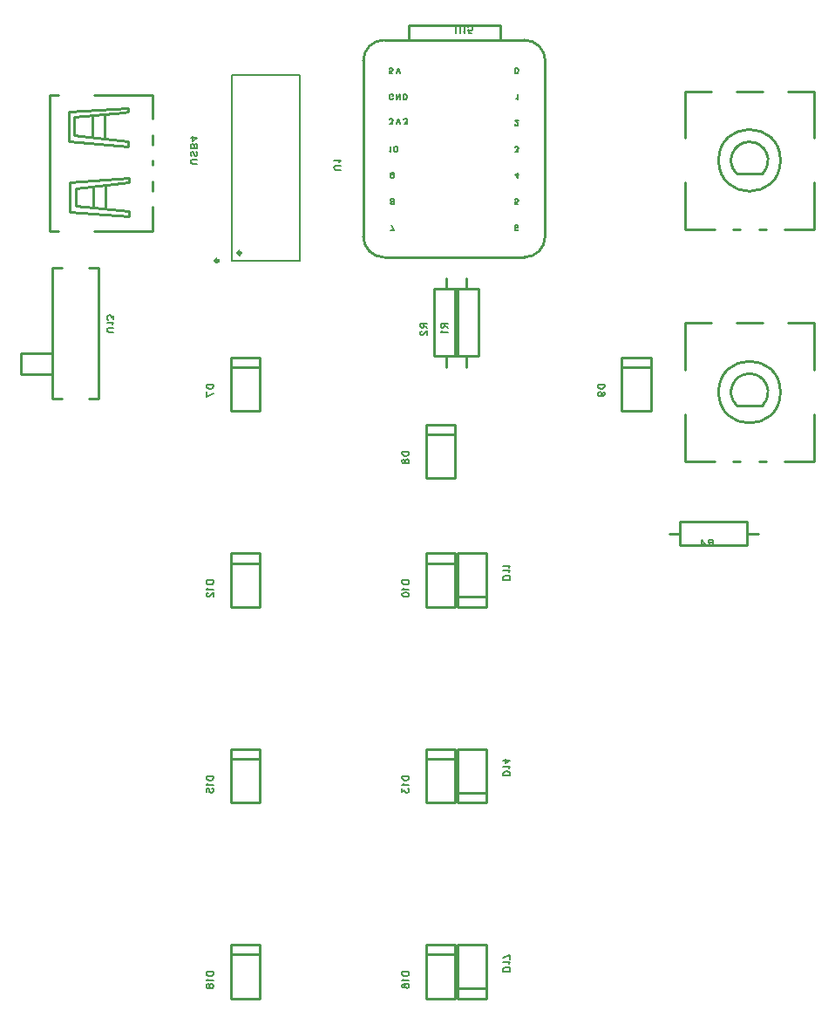
<source format=gbo>
G04 Layer: BottomSilkscreenLayer*
G04 EasyEDA Pro v2.2.28.1, 2024-10-19 22:50:09*
G04 Gerber Generator version 0.3*
G04 Scale: 100 percent, Rotated: No, Reflected: No*
G04 Dimensions in millimeters*
G04 Leading zeros omitted, absolute positions, 3 integers and 5 decimals*
%FSLAX35Y35*%
%MOMM*%
%ADD10C,0.2032*%
%ADD11C,0.1524*%
%ADD12C,0.254*%
%ADD13C,0.3*%
G75*


G04 Text Start*
G54D10*
G01X5982386Y7826908D02*
G01X5987466Y7824368D01*
G01X5994832Y7817002D01*
G01X5994832Y7869072D01*
G01X5972226Y7575448D02*
G01X5972226Y7572908D01*
G01X5974766Y7567828D01*
G01X5977052Y7565288D01*
G01X5982132Y7563002D01*
G01X5992038Y7563002D01*
G01X5997118Y7565288D01*
G01X5999658Y7567828D01*
G01X6001944Y7572908D01*
G01X6001944Y7577734D01*
G01X5999658Y7582814D01*
G01X5994578Y7590180D01*
G01X5969686Y7615072D01*
G01X6004484Y7615072D01*
G01X5974766Y7309002D02*
G01X6001944Y7309002D01*
G01X5987212Y7328814D01*
G01X5994578Y7328814D01*
G01X5999658Y7331354D01*
G01X6001944Y7333894D01*
G01X6004484Y7341260D01*
G01X6004484Y7346340D01*
G01X6001944Y7353706D01*
G01X5997118Y7358786D01*
G01X5989498Y7361072D01*
G01X5982132Y7361072D01*
G01X5974766Y7358786D01*
G01X5972226Y7356246D01*
G01X5969686Y7351166D01*
G01X5984672Y8071002D02*
G01X5977052Y8073288D01*
G01X5972226Y8080908D01*
G01X5969686Y8093354D01*
G01X5969686Y8100720D01*
G01X5972226Y8113166D01*
G01X5977052Y8120786D01*
G01X5984672Y8123072D01*
G01X5989498Y8123072D01*
G01X5997118Y8120786D01*
G01X6001944Y8113166D01*
G01X6004484Y8100720D01*
G01X6004484Y8093354D01*
G01X6001944Y8080908D01*
G01X5997118Y8073288D01*
G01X5989498Y8071002D01*
G01X5984672Y8071002D01*
G01X5994578Y7055002D02*
G01X5969686Y7089800D01*
G01X6007024Y7089800D01*
G01X5994578Y7055002D02*
G01X5994578Y7107072D01*
G01X5999658Y6801002D02*
G01X5974766Y6801002D01*
G01X5972226Y6823354D01*
G01X5974766Y6820814D01*
G01X5982132Y6818274D01*
G01X5989498Y6818274D01*
G01X5997118Y6820814D01*
G01X6001944Y6825894D01*
G01X6004484Y6833260D01*
G01X6004484Y6838340D01*
G01X6001944Y6845706D01*
G01X5997118Y6850786D01*
G01X5989498Y6853072D01*
G01X5982132Y6853072D01*
G01X5974766Y6850786D01*
G01X5972226Y6848246D01*
G01X5969686Y6843166D01*
G01X5999658Y6554368D02*
G01X5997118Y6549288D01*
G01X5989498Y6547002D01*
G01X5984672Y6547002D01*
G01X5977052Y6549288D01*
G01X5972226Y6556908D01*
G01X5969686Y6569354D01*
G01X5969686Y6581800D01*
G01X5972226Y6591706D01*
G01X5977052Y6596786D01*
G01X5984672Y6599072D01*
G01X5987212Y6599072D01*
G01X5994578Y6596786D01*
G01X5999658Y6591706D01*
G01X6001944Y6584340D01*
G01X6001944Y6581800D01*
G01X5999658Y6574180D01*
G01X5994578Y6569354D01*
G01X5987212Y6566814D01*
G01X5984672Y6566814D01*
G01X5977052Y6569354D01*
G01X5972226Y6574180D01*
G01X5969686Y6581800D01*
G01X4780458Y8071002D02*
G01X4755566Y8071002D01*
G01X4753026Y8093354D01*
G01X4755566Y8090814D01*
G01X4762932Y8088274D01*
G01X4770298Y8088274D01*
G01X4777918Y8090814D01*
G01X4782744Y8095894D01*
G01X4785284Y8103260D01*
G01X4785284Y8108340D01*
G01X4782744Y8115706D01*
G01X4777918Y8120786D01*
G01X4770298Y8123072D01*
G01X4762932Y8123072D01*
G01X4755566Y8120786D01*
G01X4753026Y8118246D01*
G01X4750486Y8113166D01*
G01X4817542Y8071002D02*
G01X4837354Y8123072D01*
G01X4857420Y8071002D02*
G01X4837354Y8123072D01*
G01X4787824Y7829448D02*
G01X4785284Y7824368D01*
G01X4780458Y7819288D01*
G01X4775378Y7817002D01*
G01X4765472Y7817002D01*
G01X4760392Y7819288D01*
G01X4755566Y7824368D01*
G01X4753026Y7829448D01*
G01X4750486Y7836814D01*
G01X4750486Y7849260D01*
G01X4753026Y7856626D01*
G01X4755566Y7861706D01*
G01X4760392Y7866786D01*
G01X4765472Y7869072D01*
G01X4775378Y7869072D01*
G01X4780458Y7866786D01*
G01X4785284Y7861706D01*
G01X4787824Y7856626D01*
G01X4787824Y7849260D01*
G01X4775378Y7849260D02*
G01X4787824Y7849260D01*
G01X4820082Y7817002D02*
G01X4820082Y7869072D01*
G01X4820082Y7817002D02*
G01X4854880Y7869072D01*
G01X4854880Y7817002D02*
G01X4854880Y7869072D01*
G01X4887138Y7817002D02*
G01X4887138Y7869072D01*
G01X4887138Y7817002D02*
G01X4904664Y7817002D01*
G01X4912030Y7819288D01*
G01X4917110Y7824368D01*
G01X4919396Y7829448D01*
G01X4921936Y7836814D01*
G01X4921936Y7849260D01*
G01X4919396Y7856626D01*
G01X4917110Y7861706D01*
G01X4912030Y7866786D01*
G01X4904664Y7869072D01*
G01X4887138Y7869072D01*
G01X4755566Y7575702D02*
G01X4782744Y7575702D01*
G01X4768012Y7595514D01*
G01X4775378Y7595514D01*
G01X4780458Y7598054D01*
G01X4782744Y7600594D01*
G01X4785284Y7607960D01*
G01X4785284Y7613040D01*
G01X4782744Y7620406D01*
G01X4777918Y7625486D01*
G01X4770298Y7627772D01*
G01X4762932Y7627772D01*
G01X4755566Y7625486D01*
G01X4753026Y7622946D01*
G01X4750486Y7617866D01*
G01X4817542Y7575702D02*
G01X4837354Y7627772D01*
G01X4857420Y7575702D02*
G01X4837354Y7627772D01*
G01X4894758Y7575702D02*
G01X4921936Y7575702D01*
G01X4907204Y7595514D01*
G01X4914570Y7595514D01*
G01X4919650Y7598054D01*
G01X4921936Y7600594D01*
G01X4924476Y7607960D01*
G01X4924476Y7613040D01*
G01X4921936Y7620406D01*
G01X4917110Y7625486D01*
G01X4909490Y7627772D01*
G01X4902124Y7627772D01*
G01X4894758Y7625486D01*
G01X4892218Y7622946D01*
G01X4889678Y7617866D01*
G01X4750486Y7318908D02*
G01X4755566Y7316368D01*
G01X4762932Y7309002D01*
G01X4762932Y7361072D01*
G01X4810176Y7309002D02*
G01X4802556Y7311288D01*
G01X4797730Y7318908D01*
G01X4795190Y7331354D01*
G01X4795190Y7338720D01*
G01X4797730Y7351166D01*
G01X4802556Y7358786D01*
G01X4810176Y7361072D01*
G01X4815002Y7361072D01*
G01X4822622Y7358786D01*
G01X4827448Y7351166D01*
G01X4829988Y7338720D01*
G01X4829988Y7331354D01*
G01X4827448Y7318908D01*
G01X4822622Y7311288D01*
G01X4815002Y7309002D01*
G01X4810176Y7309002D01*
G01X4795444Y7072274D02*
G01X4793158Y7079894D01*
G01X4788078Y7084720D01*
G01X4780712Y7087260D01*
G01X4778172Y7087260D01*
G01X4770552Y7084720D01*
G01X4765726Y7079894D01*
G01X4763186Y7072274D01*
G01X4763186Y7069734D01*
G01X4765726Y7062368D01*
G01X4770552Y7057288D01*
G01X4778172Y7055002D01*
G01X4780712Y7055002D01*
G01X4788078Y7057288D01*
G01X4793158Y7062368D01*
G01X4795444Y7072274D01*
G01X4795444Y7084720D01*
G01X4793158Y7097166D01*
G01X4788078Y7104786D01*
G01X4780712Y7107072D01*
G01X4775632Y7107072D01*
G01X4768266Y7104786D01*
G01X4765726Y7099706D01*
G01X4775632Y6801002D02*
G01X4768266Y6803288D01*
G01X4765726Y6808368D01*
G01X4765726Y6813448D01*
G01X4768266Y6818274D01*
G01X4773092Y6820814D01*
G01X4782998Y6823354D01*
G01X4790618Y6825894D01*
G01X4795444Y6830720D01*
G01X4797984Y6835800D01*
G01X4797984Y6843166D01*
G01X4795444Y6848246D01*
G01X4793158Y6850786D01*
G01X4785538Y6853072D01*
G01X4775632Y6853072D01*
G01X4768266Y6850786D01*
G01X4765726Y6848246D01*
G01X4763186Y6843166D01*
G01X4763186Y6835800D01*
G01X4765726Y6830720D01*
G01X4770552Y6825894D01*
G01X4778172Y6823354D01*
G01X4788078Y6820814D01*
G01X4793158Y6818274D01*
G01X4795444Y6813448D01*
G01X4795444Y6808368D01*
G01X4793158Y6803288D01*
G01X4785538Y6801002D01*
G01X4775632Y6801002D01*
G01X4797984Y6547002D02*
G01X4773092Y6599072D01*
G01X4763186Y6547002D02*
G01X4797984Y6547002D01*
G54D11*
G01X5395646Y8462924D02*
G01X5395646Y8509406D01*
G01X5398694Y8518550D01*
G01X5405044Y8524900D01*
G01X5414188Y8527948D01*
G01X5420538Y8527948D01*
G01X5429682Y8524900D01*
G01X5435778Y8518550D01*
G01X5439080Y8509406D01*
G01X5439080Y8462924D01*
G01X5469306Y8475370D02*
G01X5475402Y8472068D01*
G01X5484546Y8462924D01*
G01X5484546Y8527948D01*
G01X5551856Y8462924D02*
G01X5520868Y8462924D01*
G01X5517820Y8490610D01*
G01X5520868Y8487562D01*
G01X5530012Y8484514D01*
G01X5539410Y8484514D01*
G01X5548808Y8487562D01*
G01X5554904Y8493912D01*
G01X5557952Y8503056D01*
G01X5557952Y8509406D01*
G01X5554904Y8518550D01*
G01X5548808Y8524900D01*
G01X5539410Y8527948D01*
G01X5530012Y8527948D01*
G01X5520868Y8524900D01*
G01X5517820Y8521598D01*
G01X5514772Y8515502D01*
G01X2073631Y5557596D02*
G01X2027149Y5557596D01*
G01X2018005Y5560644D01*
G01X2011655Y5566994D01*
G01X2008607Y5576138D01*
G01X2008607Y5582488D01*
G01X2011655Y5591632D01*
G01X2018005Y5597728D01*
G01X2027149Y5601030D01*
G01X2073631Y5601030D01*
G01X2061185Y5631256D02*
G01X2064487Y5637352D01*
G01X2073631Y5646496D01*
G01X2008607Y5646496D01*
G01X2073631Y5682818D02*
G01X2073631Y5716854D01*
G01X2048993Y5698312D01*
G01X2048993Y5707456D01*
G01X2045945Y5713806D01*
G01X2042643Y5716854D01*
G01X2033499Y5719902D01*
G01X2027149Y5719902D01*
G01X2018005Y5716854D01*
G01X2011655Y5710758D01*
G01X2008607Y5701360D01*
G01X2008607Y5691962D01*
G01X2011655Y5682818D01*
G01X2014957Y5679770D01*
G01X2021053Y5676722D01*
G01X5253355Y5642356D02*
G01X5318379Y5642356D01*
G01X5253355Y5642356D02*
G01X5253355Y5614416D01*
G01X5256403Y5605272D01*
G01X5259451Y5602224D01*
G01X5265801Y5598922D01*
G01X5271897Y5598922D01*
G01X5277993Y5602224D01*
G01X5281041Y5605272D01*
G01X5284343Y5614416D01*
G01X5284343Y5642356D01*
G01X5284343Y5620766D02*
G01X5318379Y5598922D01*
G01X5265801Y5568696D02*
G01X5262499Y5562600D01*
G01X5253355Y5553456D01*
G01X5318379Y5553456D01*
G01X5053355Y5642356D02*
G01X5118379Y5642356D01*
G01X5053355Y5642356D02*
G01X5053355Y5614416D01*
G01X5056403Y5605272D01*
G01X5059451Y5602224D01*
G01X5065801Y5598922D01*
G01X5071897Y5598922D01*
G01X5077993Y5602224D01*
G01X5081041Y5605272D01*
G01X5084343Y5614416D01*
G01X5084343Y5642356D01*
G01X5084343Y5620766D02*
G01X5118379Y5598922D01*
G01X5068849Y5565648D02*
G01X5065801Y5565648D01*
G01X5059451Y5562600D01*
G01X5056403Y5559552D01*
G01X5053355Y5553456D01*
G01X5053355Y5541010D01*
G01X5056403Y5534660D01*
G01X5059451Y5531612D01*
G01X5065801Y5528564D01*
G01X5071897Y5528564D01*
G01X5077993Y5531612D01*
G01X5087391Y5537962D01*
G01X5118379Y5568696D01*
G01X5118379Y5525516D01*
G01X2976372Y5048707D02*
G01X3041396Y5048707D01*
G01X2976372Y5048707D02*
G01X2976372Y5027117D01*
G01X2979420Y5017719D01*
G01X2985516Y5011623D01*
G01X2991866Y5008575D01*
G01X3001010Y5005273D01*
G01X3016504Y5005273D01*
G01X3025902Y5008575D01*
G01X3031998Y5011623D01*
G01X3038348Y5017719D01*
G01X3041396Y5027117D01*
G01X3041396Y5048707D01*
G01X2976372Y4931867D02*
G01X3041396Y4962855D01*
G01X2976372Y4975047D02*
G01X2976372Y4931867D01*
G01X4876368Y4398721D02*
G01X4941392Y4398721D01*
G01X4876368Y4398721D02*
G01X4876368Y4377131D01*
G01X4879416Y4367733D01*
G01X4885512Y4361637D01*
G01X4891862Y4358589D01*
G01X4901006Y4355287D01*
G01X4916500Y4355287D01*
G01X4925898Y4358589D01*
G01X4931994Y4361637D01*
G01X4938344Y4367733D01*
G01X4941392Y4377131D01*
G01X4941392Y4398721D01*
G01X4876368Y4309821D02*
G01X4879416Y4318965D01*
G01X4885512Y4322013D01*
G01X4891862Y4322013D01*
G01X4897958Y4318965D01*
G01X4901006Y4312869D01*
G01X4904054Y4300423D01*
G01X4907356Y4291025D01*
G01X4913452Y4284929D01*
G01X4919548Y4281881D01*
G01X4928946Y4281881D01*
G01X4935042Y4284929D01*
G01X4938344Y4287977D01*
G01X4941392Y4297375D01*
G01X4941392Y4309821D01*
G01X4938344Y4318965D01*
G01X4935042Y4322013D01*
G01X4928946Y4325061D01*
G01X4919548Y4325061D01*
G01X4913452Y4322013D01*
G01X4907356Y4315917D01*
G01X4904054Y4306519D01*
G01X4901006Y4294327D01*
G01X4897958Y4287977D01*
G01X4891862Y4284929D01*
G01X4885512Y4284929D01*
G01X4879416Y4287977D01*
G01X4876368Y4297375D01*
G01X4876368Y4309821D01*
G01X6776364Y5048707D02*
G01X6841388Y5048707D01*
G01X6776364Y5048707D02*
G01X6776364Y5027117D01*
G01X6779412Y5017719D01*
G01X6785508Y5011623D01*
G01X6791858Y5008575D01*
G01X6801002Y5005273D01*
G01X6816496Y5005273D01*
G01X6825894Y5008575D01*
G01X6831990Y5011623D01*
G01X6838340Y5017719D01*
G01X6841388Y5027117D01*
G01X6841388Y5048707D01*
G01X6797954Y4934915D02*
G01X6807352Y4937963D01*
G01X6813448Y4944313D01*
G01X6816496Y4953457D01*
G01X6816496Y4956505D01*
G01X6813448Y4965903D01*
G01X6807352Y4971999D01*
G01X6797954Y4975047D01*
G01X6794906Y4975047D01*
G01X6785508Y4971999D01*
G01X6779412Y4965903D01*
G01X6776364Y4956505D01*
G01X6776364Y4953457D01*
G01X6779412Y4944313D01*
G01X6785508Y4937963D01*
G01X6797954Y4934915D01*
G01X6813448Y4934915D01*
G01X6828942Y4937963D01*
G01X6838340Y4944313D01*
G01X6841388Y4953457D01*
G01X6841388Y4959807D01*
G01X6838340Y4968951D01*
G01X6831990Y4971999D01*
G01X4876368Y3148711D02*
G01X4941392Y3148711D01*
G01X4876368Y3148711D02*
G01X4876368Y3127121D01*
G01X4879416Y3117723D01*
G01X4885512Y3111627D01*
G01X4891862Y3108579D01*
G01X4901006Y3105277D01*
G01X4916500Y3105277D01*
G01X4925898Y3108579D01*
G01X4931994Y3111627D01*
G01X4938344Y3117723D01*
G01X4941392Y3127121D01*
G01X4941392Y3148711D01*
G01X4888814Y3075051D02*
G01X4885512Y3068955D01*
G01X4876368Y3059811D01*
G01X4941392Y3059811D01*
G01X4876368Y3011043D02*
G01X4879416Y3020441D01*
G01X4888814Y3026537D01*
G01X4904054Y3029585D01*
G01X4913452Y3029585D01*
G01X4928946Y3026537D01*
G01X4938344Y3020441D01*
G01X4941392Y3011043D01*
G01X4941392Y3004947D01*
G01X4938344Y2995549D01*
G01X4928946Y2989453D01*
G01X4913452Y2986405D01*
G01X4904054Y2986405D01*
G01X4888814Y2989453D01*
G01X4879416Y2995549D01*
G01X4876368Y3004947D01*
G01X4876368Y3011043D01*
G01X5923610Y3151276D02*
G01X5858586Y3151276D01*
G01X5923610Y3151276D02*
G01X5923610Y3172866D01*
G01X5920562Y3182264D01*
G01X5914466Y3188360D01*
G01X5908116Y3191408D01*
G01X5898972Y3194710D01*
G01X5883478Y3194710D01*
G01X5874080Y3191408D01*
G01X5867984Y3188360D01*
G01X5861634Y3182264D01*
G01X5858586Y3172866D01*
G01X5858586Y3151276D01*
G01X5911164Y3224936D02*
G01X5914466Y3231032D01*
G01X5923610Y3240176D01*
G01X5858586Y3240176D01*
G01X5911164Y3270402D02*
G01X5914466Y3276498D01*
G01X5923610Y3285642D01*
G01X5858586Y3285642D01*
G01X2976372Y3148711D02*
G01X3041396Y3148711D01*
G01X2976372Y3148711D02*
G01X2976372Y3127121D01*
G01X2979420Y3117723D01*
G01X2985516Y3111627D01*
G01X2991866Y3108579D01*
G01X3001010Y3105277D01*
G01X3016504Y3105277D01*
G01X3025902Y3108579D01*
G01X3031998Y3111627D01*
G01X3038348Y3117723D01*
G01X3041396Y3127121D01*
G01X3041396Y3148711D01*
G01X2988818Y3075051D02*
G01X2985516Y3068955D01*
G01X2976372Y3059811D01*
G01X3041396Y3059811D01*
G01X2991866Y3026537D02*
G01X2988818Y3026537D01*
G01X2982468Y3023489D01*
G01X2979420Y3020441D01*
G01X2976372Y3014345D01*
G01X2976372Y3001899D01*
G01X2979420Y2995549D01*
G01X2982468Y2992501D01*
G01X2988818Y2989453D01*
G01X2994914Y2989453D01*
G01X3001010Y2992501D01*
G01X3010408Y2998851D01*
G01X3041396Y3029585D01*
G01X3041396Y2986405D01*
G01X4876368Y1248715D02*
G01X4941392Y1248715D01*
G01X4876368Y1248715D02*
G01X4876368Y1227125D01*
G01X4879416Y1217727D01*
G01X4885512Y1211631D01*
G01X4891862Y1208583D01*
G01X4901006Y1205281D01*
G01X4916500Y1205281D01*
G01X4925898Y1208583D01*
G01X4931994Y1211631D01*
G01X4938344Y1217727D01*
G01X4941392Y1227125D01*
G01X4941392Y1248715D01*
G01X4888814Y1175055D02*
G01X4885512Y1168959D01*
G01X4876368Y1159815D01*
G01X4941392Y1159815D01*
G01X4876368Y1123493D02*
G01X4876368Y1089457D01*
G01X4901006Y1107999D01*
G01X4901006Y1098855D01*
G01X4904054Y1092505D01*
G01X4907356Y1089457D01*
G01X4916500Y1086409D01*
G01X4922850Y1086409D01*
G01X4931994Y1089457D01*
G01X4938344Y1095553D01*
G01X4941392Y1104951D01*
G01X4941392Y1114349D01*
G01X4938344Y1123493D01*
G01X4935042Y1126541D01*
G01X4928946Y1129589D01*
G01X5923610Y1251280D02*
G01X5858586Y1251280D01*
G01X5923610Y1251280D02*
G01X5923610Y1272870D01*
G01X5920562Y1282268D01*
G01X5914466Y1288364D01*
G01X5908116Y1291412D01*
G01X5898972Y1294714D01*
G01X5883478Y1294714D01*
G01X5874080Y1291412D01*
G01X5867984Y1288364D01*
G01X5861634Y1282268D01*
G01X5858586Y1272870D01*
G01X5858586Y1251280D01*
G01X5911164Y1324940D02*
G01X5914466Y1331036D01*
G01X5923610Y1340180D01*
G01X5858586Y1340180D01*
G01X5923610Y1401140D02*
G01X5880430Y1370406D01*
G01X5880430Y1416634D01*
G01X5923610Y1401140D02*
G01X5858586Y1401140D01*
G01X2976372Y1248715D02*
G01X3041396Y1248715D01*
G01X2976372Y1248715D02*
G01X2976372Y1227125D01*
G01X2979420Y1217727D01*
G01X2985516Y1211631D01*
G01X2991866Y1208583D01*
G01X3001010Y1205281D01*
G01X3016504Y1205281D01*
G01X3025902Y1208583D01*
G01X3031998Y1211631D01*
G01X3038348Y1217727D01*
G01X3041396Y1227125D01*
G01X3041396Y1248715D01*
G01X2988818Y1175055D02*
G01X2985516Y1168959D01*
G01X2976372Y1159815D01*
G01X3041396Y1159815D01*
G01X2976372Y1092505D02*
G01X2976372Y1123493D01*
G01X3004058Y1126541D01*
G01X3001010Y1123493D01*
G01X2997962Y1114349D01*
G01X2997962Y1104951D01*
G01X3001010Y1095553D01*
G01X3007360Y1089457D01*
G01X3016504Y1086409D01*
G01X3022854Y1086409D01*
G01X3031998Y1089457D01*
G01X3038348Y1095553D01*
G01X3041396Y1104951D01*
G01X3041396Y1114349D01*
G01X3038348Y1123493D01*
G01X3035046Y1126541D01*
G01X3028950Y1129589D01*
G01X4876368Y-651281D02*
G01X4941392Y-651281D01*
G01X4876368Y-651281D02*
G01X4876368Y-672871D01*
G01X4879416Y-682269D01*
G01X4885512Y-688365D01*
G01X4891862Y-691413D01*
G01X4901006Y-694715D01*
G01X4916500Y-694715D01*
G01X4925898Y-691413D01*
G01X4931994Y-688365D01*
G01X4938344Y-682269D01*
G01X4941392Y-672871D01*
G01X4941392Y-651281D01*
G01X4888814Y-724941D02*
G01X4885512Y-731037D01*
G01X4876368Y-740181D01*
G01X4941392Y-740181D01*
G01X4885512Y-807491D02*
G01X4879416Y-804443D01*
G01X4876368Y-795045D01*
G01X4876368Y-788949D01*
G01X4879416Y-779551D01*
G01X4888814Y-773455D01*
G01X4904054Y-770407D01*
G01X4919548Y-770407D01*
G01X4931994Y-773455D01*
G01X4938344Y-779551D01*
G01X4941392Y-788949D01*
G01X4941392Y-791997D01*
G01X4938344Y-801141D01*
G01X4931994Y-807491D01*
G01X4922850Y-810539D01*
G01X4919548Y-810539D01*
G01X4910404Y-807491D01*
G01X4904054Y-801141D01*
G01X4901006Y-791997D01*
G01X4901006Y-788949D01*
G01X4904054Y-779551D01*
G01X4910404Y-773455D01*
G01X4919548Y-770407D01*
G01X5923610Y-648716D02*
G01X5858586Y-648716D01*
G01X5923610Y-648716D02*
G01X5923610Y-627126D01*
G01X5920562Y-617728D01*
G01X5914466Y-611632D01*
G01X5908116Y-608584D01*
G01X5898972Y-605282D01*
G01X5883478Y-605282D01*
G01X5874080Y-608584D01*
G01X5867984Y-611632D01*
G01X5861634Y-617728D01*
G01X5858586Y-627126D01*
G01X5858586Y-648716D01*
G01X5911164Y-575056D02*
G01X5914466Y-568960D01*
G01X5923610Y-559816D01*
G01X5858586Y-559816D01*
G01X5923610Y-486410D02*
G01X5858586Y-517398D01*
G01X5923610Y-529590D02*
G01X5923610Y-486410D01*
G01X2976372Y-651281D02*
G01X3041396Y-651281D01*
G01X2976372Y-651281D02*
G01X2976372Y-672871D01*
G01X2979420Y-682269D01*
G01X2985516Y-688365D01*
G01X2991866Y-691413D01*
G01X3001010Y-694715D01*
G01X3016504Y-694715D01*
G01X3025902Y-691413D01*
G01X3031998Y-688365D01*
G01X3038348Y-682269D01*
G01X3041396Y-672871D01*
G01X3041396Y-651281D01*
G01X2988818Y-724941D02*
G01X2985516Y-731037D01*
G01X2976372Y-740181D01*
G01X3041396Y-740181D01*
G01X2976372Y-785647D02*
G01X2979420Y-776503D01*
G01X2985516Y-773455D01*
G01X2991866Y-773455D01*
G01X2997962Y-776503D01*
G01X3001010Y-782599D01*
G01X3004058Y-795045D01*
G01X3007360Y-804443D01*
G01X3013456Y-810539D01*
G01X3019552Y-813587D01*
G01X3028950Y-813587D01*
G01X3035046Y-810539D01*
G01X3038348Y-807491D01*
G01X3041396Y-798093D01*
G01X3041396Y-785647D01*
G01X3038348Y-776503D01*
G01X3035046Y-773455D01*
G01X3028950Y-770407D01*
G01X3019552Y-770407D01*
G01X3013456Y-773455D01*
G01X3007360Y-779551D01*
G01X3004058Y-788949D01*
G01X3001010Y-801141D01*
G01X2997962Y-807491D01*
G01X2991866Y-810539D01*
G01X2985516Y-810539D01*
G01X2979420Y-807491D01*
G01X2976372Y-798093D01*
G01X2976372Y-785647D01*
G01X4279240Y7132193D02*
G01X4232758Y7132193D01*
G01X4223614Y7135241D01*
G01X4217264Y7141591D01*
G01X4214216Y7150735D01*
G01X4214216Y7157085D01*
G01X4217264Y7166229D01*
G01X4223614Y7172325D01*
G01X4232758Y7175627D01*
G01X4279240Y7175627D01*
G01X4266794Y7205853D02*
G01X4270096Y7211949D01*
G01X4279240Y7221093D01*
G01X4214216Y7221093D01*
G01X2884526Y7191502D02*
G01X2838044Y7191502D01*
G01X2828900Y7194550D01*
G01X2822550Y7200900D01*
G01X2819502Y7210044D01*
G01X2819502Y7216394D01*
G01X2822550Y7225538D01*
G01X2828900Y7231634D01*
G01X2838044Y7234936D01*
G01X2884526Y7234936D01*
G01X2875382Y7308342D02*
G01X2881478Y7302246D01*
G01X2884526Y7292848D01*
G01X2884526Y7280402D01*
G01X2881478Y7271258D01*
G01X2875382Y7265162D01*
G01X2869032Y7265162D01*
G01X2862936Y7268210D01*
G01X2859888Y7271258D01*
G01X2856840Y7277354D01*
G01X2850490Y7295896D01*
G01X2847442Y7302246D01*
G01X2844394Y7305294D01*
G01X2838044Y7308342D01*
G01X2828900Y7308342D01*
G01X2822550Y7302246D01*
G01X2819502Y7292848D01*
G01X2819502Y7280402D01*
G01X2822550Y7271258D01*
G01X2828900Y7265162D01*
G01X2884526Y7338568D02*
G01X2819502Y7338568D01*
G01X2884526Y7338568D02*
G01X2884526Y7366254D01*
G01X2881478Y7375652D01*
G01X2878430Y7378700D01*
G01X2872080Y7381748D01*
G01X2865984Y7381748D01*
G01X2859888Y7378700D01*
G01X2856840Y7375652D01*
G01X2853538Y7366254D01*
G01X2853538Y7338568D02*
G01X2853538Y7366254D01*
G01X2850490Y7375652D01*
G01X2847442Y7378700D01*
G01X2841346Y7381748D01*
G01X2831948Y7381748D01*
G01X2825852Y7378700D01*
G01X2822550Y7375652D01*
G01X2819502Y7366254D01*
G01X2819502Y7338568D01*
G01X2884526Y7442708D02*
G01X2841346Y7411974D01*
G01X2841346Y7458202D01*
G01X2884526Y7442708D02*
G01X2819502Y7442708D01*
G01X7892364Y3541827D02*
G01X7892364Y3476803D01*
G01X7892364Y3541827D02*
G01X7864424Y3541827D01*
G01X7855280Y3538779D01*
G01X7852232Y3535731D01*
G01X7848930Y3529381D01*
G01X7848930Y3523285D01*
G01X7852232Y3517189D01*
G01X7855280Y3514141D01*
G01X7864424Y3510839D01*
G01X7892364Y3510839D01*
G01X7870774Y3510839D02*
G01X7848930Y3476803D01*
G01X7787970Y3541827D02*
G01X7818704Y3498647D01*
G01X7772476Y3498647D01*
G01X7787970Y3541827D02*
G01X7787970Y3476803D01*
G04 Text End*

G04 PolygonModel Start*
G54D12*
G01X8376991Y4846980D02*
G01X8122991Y4846980D01*
G01X7624996Y4303982D02*
G01X7624996Y4758977D01*
G01X8875004Y4303982D02*
G01X8875004Y4758977D01*
G01X7624996Y5188984D02*
G01X7624996Y5643989D01*
G01X8875004Y5188984D02*
G01X8875004Y5643989D01*
G01X8620016Y5643989D02*
G01X8875027Y5643989D01*
G01X8590013Y4303982D02*
G01X8874999Y4303982D01*
G01X8341992Y4303982D02*
G01X8411985Y4303982D01*
G01X8089986Y4303982D02*
G01X8159989Y4303982D01*
G01X7624996Y4303982D02*
G01X7909992Y4303982D01*
G01X8122496Y5643989D02*
G01X8377484Y5643989D01*
G01X7624996Y5643989D02*
G01X7879989Y5643989D01*
G01X8376991Y4846980D02*
G03X8122991Y4846980I-127000J127001D01*
G01X8376991Y7096976D02*
G01X8122991Y7096976D01*
G01X7624996Y6553977D02*
G01X7624996Y7008973D01*
G01X8875004Y6553977D02*
G01X8875004Y7008973D01*
G01X7624996Y7438979D02*
G01X7624996Y7893985D01*
G01X8875004Y7438979D02*
G01X8875004Y7893985D01*
G01X8620016Y7893985D02*
G01X8875027Y7893985D01*
G01X8590013Y6553977D02*
G01X8874999Y6553977D01*
G01X8341992Y6553977D02*
G01X8411985Y6553977D01*
G01X8089986Y6553977D02*
G01X8159989Y6553977D01*
G01X7624996Y6553977D02*
G01X7909992Y6553977D01*
G01X8122496Y7893985D02*
G01X8377484Y7893985D01*
G01X7624996Y7893985D02*
G01X7879989Y7893985D01*
G01X8376991Y7096976D02*
G03X8122991Y7096976I-127000J127001D01*
G01X4698990Y8392084D02*
G01X4930790Y8392084D01*
G01X6064288Y8392084D02*
G01X5832488Y8392084D01*
G01X6064288Y6283886D02*
G01X4698990Y6283886D01*
G01X6264288Y8192084D02*
G01X6264288Y6483886D01*
G01X4498990Y8192084D02*
G01X4498990Y6483886D01*
G01X5832488Y8531784D02*
G01X4941989Y8531784D01*
G01X4941989Y8531784D02*
G01X4941989Y8392084D01*
G01X4941989Y8392084D02*
G01X5832488Y8392084D01*
G01X5832488Y8392084D02*
G01X5832488Y8531784D01*
G01X6264288Y6483886D02*
G02X6064288Y6283886I-200000J0D01*
G01X4698990Y6283886D02*
G02X4498990Y6483886I0J200000D01*
G01X4498990Y8192084D02*
G02X4698990Y8392084I200000J0D01*
G01X6064288Y8392084D02*
G02X6264288Y8192084I0J-200000D01*
G01X1474996Y5149990D02*
G01X1174996Y5149990D01*
G01X1174996Y5149990D02*
G01X1174996Y5349989D01*
G01X1474996Y5349989D02*
G01X1174996Y5349989D01*
G01X1569334Y4914991D02*
G01X1474996Y4914991D01*
G01X1924997Y4914991D02*
G01X1830659Y4914991D01*
G01X1569334Y6184989D02*
G01X1474996Y6184989D01*
G01X1924997Y6184989D02*
G01X1830659Y6184989D01*
G01X1474996Y4914991D02*
G01X1474996Y6184989D01*
G01X1924997Y4914991D02*
G01X1924997Y6184989D01*
G01X5499989Y6081867D02*
G01X5499989Y5974989D01*
G01X5500393Y5324988D02*
G01X5500393Y5218110D01*
G01X5614990Y5974989D02*
G01X5384988Y5974989D01*
G01X5384988Y5974989D02*
G01X5384988Y5324988D01*
G01X5387990Y5324988D02*
G01X5611988Y5324988D01*
G01X5614990Y5324988D02*
G01X5614990Y5974989D01*
G01X5299989Y6081867D02*
G01X5299989Y5974989D01*
G01X5300393Y5324988D02*
G01X5300393Y5218110D01*
G01X5414990Y5974989D02*
G01X5184988Y5974989D01*
G01X5184988Y5974989D02*
G01X5184988Y5324988D01*
G01X5187991Y5324988D02*
G01X5411988Y5324988D01*
G01X5414990Y5324988D02*
G01X5414990Y5974989D01*
G01X3209994Y5309989D02*
G01X3209994Y4789990D01*
G01X3209994Y4789990D02*
G01X3489993Y4789990D01*
G01X3489993Y5309989D02*
G01X3489993Y4789990D01*
G01X3209994Y5309989D02*
G01X3489993Y5309989D01*
G01X3209994Y5214064D02*
G01X3489993Y5214064D01*
G01X5109990Y4659991D02*
G01X5109990Y4139992D01*
G01X5109990Y4139992D02*
G01X5389989Y4139992D01*
G01X5389989Y4659991D02*
G01X5389989Y4139992D01*
G01X5109990Y4659991D02*
G01X5389989Y4659991D01*
G01X5109990Y4564065D02*
G01X5389989Y4564065D01*
G01X7009986Y5309989D02*
G01X7009986Y4789990D01*
G01X7009986Y4789990D02*
G01X7289985Y4789990D01*
G01X7289985Y5309989D02*
G01X7289985Y4789990D01*
G01X7009986Y5309989D02*
G01X7289985Y5309989D01*
G01X7009986Y5214064D02*
G01X7289985Y5214064D01*
G01X5109990Y3409993D02*
G01X5109990Y2889994D01*
G01X5109990Y2889994D02*
G01X5389989Y2889994D01*
G01X5389989Y3409993D02*
G01X5389989Y2889994D01*
G01X5109990Y3409993D02*
G01X5389989Y3409993D01*
G01X5109990Y3314068D02*
G01X5389989Y3314068D01*
G01X5689989Y2889994D02*
G01X5689989Y3409993D01*
G01X5689989Y3409993D02*
G01X5409989Y3409993D01*
G01X5409989Y2889994D02*
G01X5409989Y3409993D01*
G01X5689989Y2889994D02*
G01X5409989Y2889994D01*
G01X5689989Y2985920D02*
G01X5409989Y2985920D01*
G01X3209994Y3409993D02*
G01X3209994Y2889994D01*
G01X3209994Y2889994D02*
G01X3489993Y2889994D01*
G01X3489993Y3409993D02*
G01X3489993Y2889994D01*
G01X3209994Y3409993D02*
G01X3489993Y3409993D01*
G01X3209994Y3314068D02*
G01X3489993Y3314068D01*
G01X5109990Y1509997D02*
G01X5109990Y989998D01*
G01X5109990Y989998D02*
G01X5389989Y989998D01*
G01X5389989Y1509997D02*
G01X5389989Y989998D01*
G01X5109990Y1509997D02*
G01X5389989Y1509997D01*
G01X5109990Y1414071D02*
G01X5389989Y1414071D01*
G01X5689989Y989998D02*
G01X5689989Y1509997D01*
G01X5689989Y1509997D02*
G01X5409989Y1509997D01*
G01X5409989Y989998D02*
G01X5409989Y1509997D01*
G01X5689989Y989998D02*
G01X5409989Y989998D01*
G01X5689989Y1085924D02*
G01X5409989Y1085924D01*
G01X3209994Y1509997D02*
G01X3209994Y989998D01*
G01X3209994Y989998D02*
G01X3489993Y989998D01*
G01X3489993Y1509997D02*
G01X3489993Y989998D01*
G01X3209994Y1509997D02*
G01X3489993Y1509997D01*
G01X3209994Y1414071D02*
G01X3489993Y1414071D01*
G01X5109990Y-389999D02*
G01X5109990Y-909998D01*
G01X5109990Y-909998D02*
G01X5389989Y-909998D01*
G01X5389989Y-389999D02*
G01X5389989Y-909998D01*
G01X5109990Y-389999D02*
G01X5389989Y-389999D01*
G01X5109990Y-485925D02*
G01X5389989Y-485925D01*
G01X5689989Y-909998D02*
G01X5689989Y-389999D01*
G01X5689989Y-389999D02*
G01X5409989Y-389999D01*
G01X5409989Y-909998D02*
G01X5409989Y-389999D01*
G01X5689989Y-909998D02*
G01X5409989Y-909998D01*
G01X5689989Y-814073D02*
G01X5409989Y-814073D01*
G01X3209994Y-389999D02*
G01X3209994Y-909998D01*
G01X3209994Y-909998D02*
G01X3489993Y-909998D01*
G01X3489993Y-389999D02*
G01X3489993Y-909998D01*
G01X3209994Y-389999D02*
G01X3489993Y-389999D01*
G01X3209994Y-485925D02*
G01X3489993Y-485925D01*
G54D11*
G01X3217852Y6247366D02*
G01X3882133Y6247366D01*
G01X3882133Y6247366D02*
G01X3882133Y8052605D01*
G01X3882133Y8052605D02*
G01X3217852Y8052605D01*
G01X3217852Y8052605D02*
G01X3217852Y6247366D01*
G54D12*
G01X1887172Y7860386D02*
G01X2454796Y7860386D01*
G01X2454796Y7860386D02*
G01X2454796Y7629098D01*
G01X1533827Y6539586D02*
G01X1451496Y6539586D01*
G01X1451496Y6539586D02*
G01X1451496Y7860386D01*
G01X1451496Y7860386D02*
G01X1533827Y7860386D01*
G01X2454793Y6770873D02*
G01X2454793Y6539586D01*
G01X2454793Y6539586D02*
G01X1887172Y6539586D01*
G01X2454793Y7379099D02*
G01X2454793Y7470872D01*
G01X2454793Y7179099D02*
G01X2454793Y7220872D01*
G01X2454793Y6929100D02*
G01X2454793Y7020872D01*
G01X1862953Y7457793D02*
G01X1862953Y7660795D01*
G01X1983969Y7443795D02*
G01X1983969Y7669809D01*
G01X1872861Y6769687D02*
G01X1872861Y6972681D01*
G01X1993859Y6755689D02*
G01X1993859Y6981698D01*
G01X2220387Y7050507D02*
G01X1646334Y7014949D01*
G01X1646334Y7014949D02*
G01X1646334Y6725384D01*
G01X1646334Y6725384D02*
G01X2220387Y6677127D01*
G01X2220387Y6677127D02*
G01X2220387Y6727927D01*
G01X2220387Y6727927D02*
G01X1706870Y6778447D01*
G01X1706870Y6778447D02*
G01X1706870Y6953476D01*
G01X1706870Y6953476D02*
G01X2220387Y7012407D01*
G01X2220387Y7012407D02*
G01X2220387Y7050507D01*
G01X2213493Y7733386D02*
G01X1639834Y7698585D01*
G01X1639834Y7698585D02*
G01X1640329Y7410061D01*
G01X1640329Y7410061D02*
G01X2213834Y7360564D01*
G01X2213834Y7360564D02*
G01X2213442Y7411438D01*
G01X2213442Y7411438D02*
G01X1759417Y7462469D01*
G01X1759417Y7462469D02*
G01X1691594Y7469985D01*
G01X1691594Y7469985D02*
G01X1692674Y7644968D01*
G01X1692674Y7644968D02*
G01X2170494Y7692365D01*
G01X2170494Y7692365D02*
G01X2213493Y7695359D01*
G01X2213493Y7695359D02*
G01X2213493Y7733386D01*
G01X7468105Y3599993D02*
G01X7574984Y3599993D01*
G01X8224985Y3600397D02*
G01X8331863Y3600397D01*
G01X7574984Y3714994D02*
G01X7574984Y3484992D01*
G01X7574984Y3484992D02*
G01X8224985Y3484992D01*
G01X8224985Y3487994D02*
G01X8224985Y3711992D01*
G01X8224985Y3714994D02*
G01X7574984Y3714994D01*

G04 Circle Start*
G01X7949971Y4973980D02*
G03X8549970Y4973980I299999J0D01*
G03X7949971Y4973980I-299999J0D01*
G01X7949971Y7223976D02*
G03X8549970Y7223976I299999J0D01*
G03X7949971Y7223976I-299999J0D01*
G54D13*
G01X3278099Y6324473D02*
G03X3308121Y6324473I15011J0D01*
G03X3278099Y6324473I-15011J0D01*
G01X3060598Y6250534D02*
G03X3090621Y6250534I15011J0D01*
G03X3060598Y6250534I-15011J0D01*
G04 Circle End*

M02*


</source>
